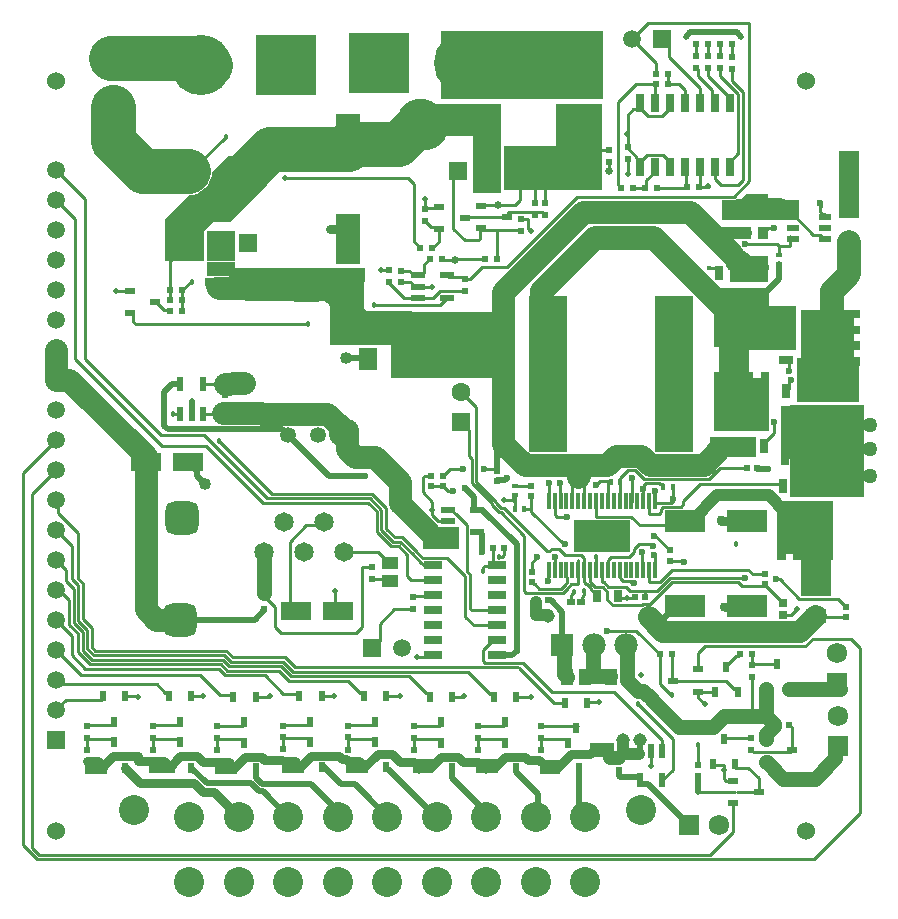
<source format=gtl>
G04*
G04 #@! TF.GenerationSoftware,Altium Limited,Altium Designer,19.1.9 (167)*
G04*
G04 Layer_Physical_Order=1*
G04 Layer_Color=255*
%FSLAX25Y25*%
%MOIN*%
G70*
G01*
G75*
%ADD10C,0.01000*%
%ADD20R,0.12520X0.51968*%
%ADD21R,0.08465X0.16929*%
G04:AMPARAMS|DCode=22|XSize=110.24mil|YSize=110.24mil|CornerRadius=27.56mil|HoleSize=0mil|Usage=FLASHONLY|Rotation=90.000|XOffset=0mil|YOffset=0mil|HoleType=Round|Shape=RoundedRectangle|*
%AMROUNDEDRECTD22*
21,1,0.11024,0.05512,0,0,90.0*
21,1,0.05512,0.11024,0,0,90.0*
1,1,0.05512,0.02756,0.02756*
1,1,0.05512,0.02756,-0.02756*
1,1,0.05512,-0.02756,-0.02756*
1,1,0.05512,-0.02756,0.02756*
%
%ADD22ROUNDEDRECTD22*%
%ADD23R,0.01181X0.05709*%
%ADD24R,0.18701X0.10787*%
%ADD25R,0.04000X0.02200*%
%ADD26R,0.13780X0.07284*%
%ADD27R,0.02165X0.02362*%
%ADD28R,0.02559X0.04724*%
%ADD29R,0.01968X0.01575*%
%ADD30R,0.04724X0.02559*%
%ADD31R,0.02362X0.01968*%
%ADD32R,0.01968X0.02362*%
%ADD33R,0.06890X0.04724*%
%ADD34R,0.02362X0.02165*%
%ADD35R,0.02165X0.02165*%
%ADD36R,0.02165X0.02165*%
%ADD37R,0.06004X0.02756*%
%ADD38R,0.02362X0.03347*%
%ADD39R,0.02362X0.04724*%
%ADD40R,0.04724X0.02362*%
%ADD41R,0.05906X0.07480*%
%ADD42R,0.03740X0.04134*%
%ADD43R,0.02835X0.02992*%
%ADD44R,0.02598X0.02441*%
%ADD45R,0.01575X0.01968*%
%ADD46R,0.02559X0.04134*%
%ADD47R,0.03347X0.02362*%
%ADD48R,0.10236X0.04331*%
%ADD49R,0.10236X0.06299*%
%ADD50R,0.05512X0.04331*%
%ADD51R,0.04331X0.05512*%
%ADD52R,0.02756X0.06004*%
%ADD113C,0.02000*%
%ADD114C,0.03000*%
%ADD115C,0.04000*%
%ADD116C,0.07600*%
%ADD117C,0.08000*%
%ADD118C,0.07300*%
%ADD119C,0.05000*%
%ADD120C,0.04500*%
%ADD121C,0.15000*%
%ADD122C,0.10000*%
%ADD123R,0.11681X0.14240*%
%ADD124R,0.45500X0.05000*%
%ADD125R,0.08280X0.04519*%
%ADD126R,0.06852X0.04787*%
%ADD127R,0.07292X0.04787*%
%ADD128R,0.07402X0.02983*%
%ADD129R,0.07350X0.02724*%
%ADD130R,0.07490X0.02528*%
%ADD131R,0.08597X0.03805*%
%ADD132R,0.07555X0.03964*%
%ADD133R,0.41266X0.22335*%
%ADD134R,0.20984X0.15004*%
%ADD135R,0.20285X0.14500*%
%ADD136R,0.24862X0.30500*%
%ADD137R,0.10221X0.24500*%
%ADD138R,0.07000X0.18469*%
%ADD139R,0.15295X0.07158*%
%ADD140R,0.13000X0.09000*%
%ADD141R,0.12102X0.07728*%
%ADD142R,0.09000X0.06664*%
%ADD143R,0.09765X0.05031*%
%ADD144R,0.27681X0.11266*%
%ADD145R,0.10681X0.01000*%
%ADD146R,0.09765X0.09968*%
%ADD147R,0.09724X0.19677*%
%ADD148R,0.25532X0.11000*%
%ADD149R,0.54000X0.23000*%
%ADD150R,0.15500X0.29000*%
%ADD151R,0.32000X0.15000*%
%ADD152C,0.05315*%
%ADD153C,0.06496*%
%ADD154C,0.10000*%
%ADD155C,0.20079*%
%ADD156R,0.20079X0.20079*%
%ADD157C,0.06791*%
%ADD158R,0.06791X0.06791*%
%ADD159R,0.06791X0.06791*%
%ADD160C,0.05906*%
%ADD161R,0.05906X0.05906*%
%ADD162R,0.05906X0.05906*%
%ADD163C,0.06000*%
%ADD164C,0.06299*%
%ADD165R,0.06299X0.06299*%
%ADD166C,0.06299*%
%ADD167R,0.06299X0.06299*%
%ADD168R,0.06693X0.06693*%
%ADD169C,0.06693*%
%ADD170C,0.07795*%
%ADD171R,0.07795X0.07795*%
%ADD172C,0.02000*%
%ADD173C,0.05000*%
%ADD174C,0.02362*%
%ADD175C,0.02500*%
%ADD176C,0.01800*%
%ADD177C,0.04500*%
%ADD178C,0.01968*%
%ADD179C,0.01780*%
%ADD180C,0.03000*%
%ADD181C,0.04000*%
G36*
X262232Y232495D02*
X258552Y228815D01*
X246995D01*
Y235480D01*
X251000D01*
X251390Y235558D01*
X251715Y235775D01*
X253514D01*
X255053Y237315D01*
X262232D01*
Y232495D01*
D02*
G37*
G36*
X95500Y240500D02*
X83000Y228000D01*
X77500Y228000D01*
X75041Y225541D01*
X75000D01*
X74617Y225383D01*
X74459Y225000D01*
Y215500D01*
X73972Y215000D01*
X61500Y215000D01*
X61500Y229000D01*
X69512Y237012D01*
X70568Y237116D01*
X72076Y237573D01*
X73466Y238316D01*
X74684Y239316D01*
X75684Y240534D01*
X76427Y241924D01*
X76884Y243432D01*
X76988Y244488D01*
X82500Y250000D01*
X95500D01*
Y240500D01*
D02*
G37*
G36*
X122500Y212000D02*
X122500Y212000D01*
X123053Y211795D01*
X124074Y211203D01*
X124978Y210445D01*
X125739Y209544D01*
X126335Y208526D01*
X126749Y207421D01*
X126967Y206262D01*
X126985Y205083D01*
X126893Y204500D01*
X126893Y199862D01*
X126531Y199517D01*
X116319Y200000D01*
X116319Y200001D01*
X116192Y200255D01*
X116083Y200413D01*
X115868Y200722D01*
X115458Y201117D01*
X114980Y201424D01*
X114450Y201632D01*
X113891Y201733D01*
X113322Y201722D01*
X112766Y201601D01*
X112500Y201500D01*
X80000Y202000D01*
X80000Y202000D01*
X79448Y202039D01*
X78381Y202331D01*
X77391Y202826D01*
X76517Y203504D01*
X75792Y204340D01*
X75243Y205301D01*
X74893Y206350D01*
X74755Y207448D01*
X74794Y208000D01*
X74794Y209500D01*
X122500Y212000D01*
X122500Y212000D01*
D02*
G37*
G36*
X262752Y188484D02*
Y186516D01*
X259996D01*
Y188484D01*
X257496D01*
Y186516D01*
X254740D01*
Y188484D01*
X252260D01*
Y186516D01*
X249504D01*
Y188484D01*
X247004D01*
Y186516D01*
X244248D01*
Y188484D01*
Y206201D01*
X262752D01*
Y188484D01*
D02*
G37*
G36*
Y176016D02*
Y158299D01*
X244248D01*
Y176016D01*
Y177984D01*
X247004D01*
Y176016D01*
X249504D01*
Y177984D01*
X252260D01*
Y176016D01*
X254740D01*
Y177984D01*
X257496D01*
Y176016D01*
X259996D01*
Y177984D01*
X262752D01*
Y176016D01*
D02*
G37*
G36*
X292984Y195996D02*
X291016D01*
Y193496D01*
X292984D01*
Y190740D01*
X291016D01*
Y188260D01*
X292984D01*
Y185504D01*
X291016D01*
Y183004D01*
X292984D01*
Y180248D01*
X273299D01*
Y198752D01*
X292984D01*
Y195996D01*
D02*
G37*
G36*
X285252Y149020D02*
Y147051D01*
X282496D01*
Y149020D01*
X279996D01*
Y147051D01*
X277240D01*
Y149020D01*
X274760D01*
Y147051D01*
X272004D01*
Y149020D01*
X269504D01*
Y147051D01*
X266748D01*
Y149020D01*
Y166736D01*
X285252D01*
Y149020D01*
D02*
G37*
G36*
X283992Y117535D02*
Y115567D01*
X281236D01*
Y117535D01*
X278736D01*
Y115567D01*
X275980D01*
Y117535D01*
X273500D01*
Y115567D01*
X270744D01*
Y117535D01*
X268244D01*
Y115567D01*
X265488D01*
Y117535D01*
Y135252D01*
X283992D01*
Y117535D01*
D02*
G37*
%LPC*%
G36*
X89250Y248847D02*
Y245250D01*
X92847D01*
X92747Y246004D01*
X92360Y246940D01*
X91743Y247743D01*
X90940Y248360D01*
X90004Y248747D01*
X89250Y248847D01*
D02*
G37*
G36*
X88750D02*
X87996Y248747D01*
X87060Y248360D01*
X86257Y247743D01*
X85640Y246940D01*
X85253Y246004D01*
X85153Y245250D01*
X88750D01*
Y248847D01*
D02*
G37*
G36*
X92847Y244750D02*
X89250D01*
Y241153D01*
X90004Y241253D01*
X90940Y241640D01*
X91743Y242257D01*
X92360Y243060D01*
X92747Y243996D01*
X92847Y244750D01*
D02*
G37*
G36*
X88750D02*
X85153D01*
X85253Y243996D01*
X85640Y243060D01*
X86257Y242257D01*
X87060Y241640D01*
X87996Y241253D01*
X88750Y241153D01*
Y244750D01*
D02*
G37*
%LPD*%
D10*
X243150Y17200D02*
X250785Y24835D01*
Y34276D01*
X19300Y17200D02*
X243150D01*
X247764Y42454D02*
X248504Y41714D01*
Y41756D01*
X250785D01*
X251504Y46010D02*
X255839D01*
X259250Y38016D02*
Y42598D01*
X255839Y46010D02*
X259250Y42598D01*
X251504Y46010D02*
Y47260D01*
X251980Y38016D02*
X259250D01*
X142367Y242800D02*
X144500Y240667D01*
X239693Y140681D02*
X266732D01*
X234081Y135069D02*
X239693Y140681D01*
X266732D02*
X267240Y140173D01*
X199050Y142977D02*
X201095Y140933D01*
Y135016D02*
Y140933D01*
X197158Y141085D02*
X199050Y142977D01*
X197158Y135016D02*
Y141085D01*
X205031Y129900D02*
X216764D01*
X205031D02*
Y134600D01*
X212955Y141166D02*
X213185Y141396D01*
X212955Y134650D02*
Y141166D01*
X242848Y142561D02*
X246287Y146000D01*
X220944Y142561D02*
X242848D01*
X224700Y138500D02*
Y138535D01*
X221791Y141207D02*
X226185D01*
X218025Y145481D02*
X220944Y142561D01*
X220765Y139000D02*
Y140181D01*
Y134614D02*
Y139000D01*
X215840Y145481D02*
X218025D01*
X212955Y142597D02*
X215840Y145481D01*
X216900Y134857D02*
Y142750D01*
X205031Y140500D02*
X206358Y141827D01*
X220765Y140181D02*
X221791Y141207D01*
X230800Y135850D02*
Y139647D01*
X230725Y135850D02*
X230800D01*
X230650D02*
X230800D01*
X226476Y140916D02*
X227425D01*
X226185Y141207D02*
X226476Y140916D01*
X224700Y138535D02*
X224716Y138518D01*
X227425Y139872D02*
Y140916D01*
X233260Y133169D02*
X234081Y133990D01*
X231142Y133169D02*
X233260D01*
X231115Y133142D02*
X231142Y133169D01*
X227263Y133142D02*
X231115D01*
X230575Y139872D02*
X230800Y139647D01*
X230587Y135713D02*
X230725Y135850D01*
X230450D02*
X230587Y135713D01*
X226677Y132556D02*
X227263Y133142D01*
X226677Y131341D02*
Y132556D01*
X226038Y130702D02*
X226677Y131341D01*
X199076Y107314D02*
Y112350D01*
X196629Y107314D02*
X199076D01*
X195223Y105908D02*
X196629Y107314D01*
X195223Y105602D02*
Y105908D01*
X193941Y104319D02*
X195223Y105602D01*
X197587Y104914D02*
X197624D01*
X196579Y103905D02*
X197587Y104914D01*
X194557Y107183D02*
Y107193D01*
X193228Y105854D02*
X194557Y107183D01*
X190222Y105854D02*
X193228D01*
X194557Y107193D02*
X195500Y108136D01*
X203113Y108046D02*
Y112350D01*
X204592Y106567D02*
X207204D01*
X203113Y108046D02*
X204592Y106567D01*
X207204D02*
X208857Y104914D01*
X207050Y107950D02*
Y112350D01*
X209119Y106567D02*
X214895D01*
X207765Y107921D02*
X209119Y106567D01*
X207079Y107921D02*
X207765D01*
X207050Y107950D02*
X207079Y107921D01*
X217189Y107819D02*
X217558D01*
X220817Y100856D02*
X222933D01*
X220316Y100354D02*
X220817Y100856D01*
X210588Y100354D02*
X220316D01*
X216508Y108500D02*
X217189Y107819D01*
X213910Y108500D02*
X216508D01*
X212955Y109454D02*
X213910Y108500D01*
X216376Y105086D02*
X221157D01*
X214895Y106567D02*
X216376Y105086D01*
X215268Y102800D02*
X217853D01*
X212903D02*
X215268D01*
X208689Y91898D02*
X218437D01*
X222933Y100856D02*
X230223Y108146D01*
X222798Y108130D02*
X226377D01*
X222798D02*
Y112350D01*
X226377Y108130D02*
X230428Y112181D01*
X255851D01*
X221157Y105086D02*
X225248D01*
X229662Y109500D02*
X254740D01*
X225248Y105086D02*
X229662Y109500D01*
X255851Y112181D02*
X257359Y110673D01*
X230223Y108146D02*
X252303D01*
X253630Y106819D01*
X289970Y89250D02*
X293000Y86221D01*
X274795Y86806D02*
X277238Y89250D01*
X289970D01*
X218850Y51441D02*
X219118Y51173D01*
X219390Y50902D01*
X212650Y49358D02*
X213904Y50613D01*
X157545Y121000D02*
Y124079D01*
X186746Y60104D02*
X199050D01*
X186624Y59982D02*
X186746Y60104D01*
X191166Y67708D02*
X194534D01*
X179369Y79505D02*
X191166Y67708D01*
X190374Y71500D02*
X210904D01*
X180684Y81190D02*
X190374Y71500D01*
X210904D02*
X227000Y55404D01*
X178494Y69872D02*
X183097D01*
X183246Y69722D01*
X170884Y69742D02*
Y70234D01*
Y69722D02*
Y69742D01*
X104052Y78190D02*
X162416D01*
X169691Y70915D01*
X170202D01*
X170884Y70234D01*
X160866Y70055D02*
X161129D01*
X160589Y69778D02*
X160866Y70055D01*
X157104Y69778D02*
X160589D01*
X103431Y76690D02*
X142711D01*
X148450Y70951D01*
X148942D01*
X149624Y70270D01*
Y69778D02*
Y70270D01*
X135120Y70026D02*
X139787D01*
X135104Y70010D02*
X135120Y70026D01*
X102810Y75190D02*
X122443D01*
X126450Y71183D01*
X126943D01*
X127624Y70502D01*
Y70010D02*
Y70502D01*
X117722Y70045D02*
X117727Y70049D01*
X113604Y70045D02*
X117722D01*
X104674Y79690D02*
X179122D01*
X145500Y83000D02*
X150233D01*
X150823Y83590D01*
X26465Y94035D02*
Y95500D01*
X100787Y70834D02*
X105443D01*
X94621Y77000D02*
X100787Y70834D01*
X81500Y77000D02*
X94621D01*
X105443Y70834D02*
X106124Y70153D01*
Y70045D02*
Y70153D01*
X96110Y70055D02*
X96372D01*
X95797Y69742D02*
X96110Y70055D01*
X91604Y69742D02*
X95797D01*
X79591Y70531D02*
X83442D01*
X72931Y77190D02*
X79591Y70531D01*
X33310Y77190D02*
X72931D01*
X84124Y69742D02*
Y69850D01*
Y69722D02*
Y69742D01*
X83442Y70531D02*
X84124Y69850D01*
X70104Y69978D02*
X74130D01*
X27792Y74035D02*
X58567D01*
X61450Y71152D01*
X61942D01*
X62624Y70470D01*
Y69978D02*
Y70470D01*
X26327Y75500D02*
X27792Y74035D01*
X25000Y75500D02*
X26327D01*
X25528Y66028D02*
X28305Y68805D01*
X25000Y65500D02*
X25528Y66028D01*
X52247Y69778D02*
X52509D01*
X52047Y69978D02*
X52247Y69778D01*
X48104Y69978D02*
X52047D01*
X241243Y86806D02*
X274795D01*
X270102Y97102D02*
X272000Y99000D01*
X272744Y102500D02*
X285673D01*
X266244Y109000D02*
X272744Y102500D01*
X239020Y38016D02*
X251504D01*
X18679Y15700D02*
X277600D01*
X14000Y20379D02*
X18679Y15700D01*
X277600D02*
X293000Y31100D01*
X17000Y19500D02*
X19300Y17200D01*
X172801Y116500D02*
X173627D01*
X168096Y113556D02*
X170517D01*
X167510Y112970D02*
X168096Y113556D01*
X167510Y111787D02*
Y112970D01*
X170517Y113556D02*
X170551Y113590D01*
X181181Y105086D02*
Y123571D01*
X185400Y116128D02*
Y116500D01*
X173627D02*
X174291Y117165D01*
X173207Y131546D02*
X181181Y123571D01*
X183860Y114589D02*
X185400Y116128D01*
X183860Y111491D02*
Y114589D01*
X174291Y117165D02*
Y119500D01*
X279750Y231311D02*
Y234500D01*
Y231311D02*
X279765Y231325D01*
X262364Y226010D02*
X264500D01*
X260854Y224500D02*
X262364Y226010D01*
X242500Y239960D02*
Y239961D01*
Y239960D02*
X242826Y239634D01*
X239469D02*
X242826D01*
X198797Y236500D02*
X251000D01*
X254751Y220752D02*
X265323D01*
X212500Y268000D02*
X218500Y274000D01*
X212500Y240447D02*
Y268000D01*
Y240447D02*
X213531Y239415D01*
X222367Y294367D02*
X256118D01*
Y241618D02*
Y294367D01*
X251000Y236500D02*
X256118Y241618D01*
X81600Y256500D02*
X81604D01*
X74228Y157000D02*
X95228Y136000D01*
X60000Y157000D02*
X74228D01*
X95228Y136000D02*
X129621D01*
X79448Y155174D02*
X97122Y137500D01*
X260992Y106819D02*
X261500Y107327D01*
X253630Y106819D02*
X260992D01*
X257359Y110673D02*
X261500D01*
X229677Y115114D02*
X234023D01*
X234250Y114887D01*
X279915Y231475D02*
X280500Y230890D01*
X279840Y231400D02*
X279915Y234500D01*
X279765Y231325D02*
X279915Y231475D01*
X264239Y157700D02*
Y161253D01*
X264433Y161447D01*
X189284Y134600D02*
Y141183D01*
X189300Y141200D01*
X193050Y135329D02*
Y141000D01*
Y135329D02*
X193500Y134880D01*
X170551Y119500D02*
X170551Y113590D01*
X230000Y70500D02*
X230400D01*
X226532Y73968D02*
X230000Y70500D01*
X230539Y45272D02*
Y55811D01*
X219000Y67350D02*
X230539Y55811D01*
X168062Y81190D02*
X180684D01*
X167476Y81776D02*
X168062Y81190D01*
X101364Y83000D02*
X104674Y79690D01*
X221157Y105086D02*
X221308Y104935D01*
Y102968D02*
Y104935D01*
Y102968D02*
X221337Y102938D01*
X217853Y102800D02*
X217991Y102938D01*
X212203Y103500D02*
X212903Y102800D01*
X208857Y102086D02*
X210588Y100354D01*
X218437Y91898D02*
X226335Y84000D01*
X269500Y178500D02*
Y182043D01*
X203300Y105710D02*
X205510Y103500D01*
X203300Y105710D02*
Y105944D01*
X201894Y107350D02*
X203300Y105944D01*
X201745Y107350D02*
X201894D01*
X201095Y108000D02*
X201745Y107350D01*
X200900Y104657D02*
Y104950D01*
Y104657D02*
X201076Y104481D01*
X195500Y108136D02*
Y109739D01*
X201076Y103672D02*
Y104481D01*
X186871Y105819D02*
X190187D01*
X186835Y105854D02*
X186871Y105819D01*
X186151Y105854D02*
X186835D01*
X184541Y107464D02*
X186151Y105854D01*
X190187Y105819D02*
X190222Y105854D01*
X189076Y108500D02*
Y112193D01*
X212955Y141791D02*
Y142597D01*
X230050Y134550D02*
X230900Y135400D01*
X216900Y134857D02*
X217000Y134757D01*
X234081Y133990D02*
Y135069D01*
X242650Y212764D02*
X245085D01*
X245220Y212900D01*
X223319Y120681D02*
X224000Y120000D01*
X219390Y120681D02*
X223319D01*
X217819Y119111D02*
X219390Y120681D01*
X217819Y118155D02*
Y119111D01*
X215964Y116300D02*
X217819Y118155D01*
X174339Y132900D02*
X188799Y118440D01*
X173314Y132900D02*
X174339D01*
X171850Y134364D02*
Y134818D01*
X165164Y141503D02*
X171850Y134818D01*
X172754Y131546D02*
X173207D01*
X170496Y133803D02*
X172754Y131546D01*
X170496Y133803D02*
Y134257D01*
X190141Y118940D02*
X192705D01*
X188799Y118440D02*
X189641D01*
X194250Y120750D02*
X194750D01*
X183500Y131500D02*
X194250Y120750D01*
X189641Y118440D02*
X190141Y118940D01*
X171850Y134364D02*
X173314Y132900D01*
X165164Y141503D02*
Y166335D01*
X167850Y145650D02*
X171458D01*
X171475Y145667D01*
X174350Y135400D02*
X177368D01*
X177516Y135252D01*
X163810Y140942D02*
Y148962D01*
Y140942D02*
X170496Y134257D01*
X162650Y150123D02*
X163810Y148962D01*
X160000Y171500D02*
X165164Y166335D01*
X17000Y137500D02*
X25000Y145500D01*
X17000Y19500D02*
Y137500D01*
X132953Y94156D02*
X137829Y99032D01*
X132953Y88453D02*
Y94156D01*
X206358Y141827D02*
X209925D01*
X208968Y134600D02*
Y141500D01*
X209925D01*
X196579Y101500D02*
Y103905D01*
X195189Y110050D02*
X195500Y109739D01*
X195189Y110050D02*
Y112400D01*
X184443Y107464D02*
X184541D01*
X183860Y108046D02*
X184443Y107464D01*
X183860Y108046D02*
Y108145D01*
X181767Y104500D02*
X186274D01*
X186455Y104319D01*
X193941D01*
X174291Y119500D02*
X174488D01*
X158338Y130802D02*
X162163Y126977D01*
X156864Y132240D02*
X158302Y130802D01*
X158338D01*
X162163Y111458D02*
Y126977D01*
Y111458D02*
X163000Y110621D01*
X150469Y132212D02*
Y134847D01*
X147353Y137962D02*
X150469Y134847D01*
X147353Y137962D02*
Y142987D01*
X157400Y138419D02*
X157500Y138319D01*
X155808Y138419D02*
X157400D01*
X154781Y139446D02*
X155808Y138419D01*
X154683Y139446D02*
X154781D01*
X154100Y140028D02*
X154683Y139446D01*
X154100Y140028D02*
Y140127D01*
X194645Y117000D02*
X200123D01*
X192705Y118940D02*
X194645Y117000D01*
X191252Y112400D02*
Y116259D01*
X171475Y145667D02*
X171968Y145173D01*
X162650Y150123D02*
Y158850D01*
X156503Y145877D02*
X160604D01*
X154781Y144154D02*
X156503Y145877D01*
X154683Y144154D02*
X154781D01*
X154100Y143572D02*
X154683Y144154D01*
X154100Y143473D02*
Y143572D01*
X177516Y135252D02*
Y136638D01*
X177803Y136925D01*
X178000D01*
X177925Y132500D02*
X178000Y132575D01*
Y136925D01*
X147353Y142987D02*
X147939Y143573D01*
X150000D01*
Y140227D02*
X150100Y140127D01*
X154100D01*
X175724Y231500D02*
X186925D01*
X175724Y229750D02*
Y231500D01*
X186925D02*
X187502Y230923D01*
X182964Y225036D02*
X183207D01*
X182260Y225740D02*
X182964Y225036D01*
X182260Y225740D02*
Y229229D01*
X167043Y213000D02*
X175297D01*
X198797Y236500D01*
X188100Y235459D02*
Y239968D01*
X184600Y235459D02*
Y239968D01*
X175232Y229750D02*
X175724D01*
X204815Y252000D02*
X204847Y251969D01*
X203000Y239968D02*
X206000D01*
X179000Y245000D02*
Y250500D01*
X178268Y244268D02*
X179000Y245000D01*
X267500Y97102D02*
X270102D01*
X247731Y99673D02*
X248002D01*
X239199Y69405D02*
X241243Y67361D01*
X239199Y69405D02*
Y71305D01*
X239004Y71500D02*
X239199Y71305D01*
X223449Y46905D02*
Y51764D01*
X248226Y56187D02*
X256754D01*
X247764Y55724D02*
X248226Y56187D01*
X247764Y45421D02*
Y47178D01*
X244106D02*
X247764D01*
Y42454D02*
Y45421D01*
X244024Y47260D02*
X244106Y47178D01*
X152352Y128500D02*
X155683D01*
X150469Y130384D02*
X152352Y128500D01*
X150469Y130384D02*
Y132212D01*
X148000Y232469D02*
Y235775D01*
X127000Y112969D02*
X130500D01*
X127000Y93176D02*
Y112969D01*
X133441Y211968D02*
X136114D01*
X133409Y212000D02*
X133441Y211968D01*
X144498Y206532D02*
X145679D01*
X143816Y207213D02*
X144498Y206532D01*
X143816Y207213D02*
Y207387D01*
X143231Y207972D02*
X143816Y207387D01*
X140000Y207972D02*
X143231D01*
X150287Y206532D02*
X150469Y206350D01*
X145679Y206532D02*
X150287D01*
X232681Y274000D02*
X234700Y271981D01*
Y267854D02*
Y271981D01*
X228969Y274000D02*
X232681D01*
X215563Y252984D02*
Y263718D01*
X219700Y266230D02*
Y266482D01*
X215563Y263718D02*
X217449Y265604D01*
X218822D01*
X219700Y266482D01*
Y267854D01*
X70100Y245000D02*
X81600Y256500D01*
X69000Y245000D02*
X70100D01*
X224716Y134550D02*
X230050D01*
X224716D02*
Y138518D01*
X245220Y212900D02*
X246000Y212121D01*
Y211122D02*
Y212121D01*
X265323Y220752D02*
X266075Y220000D01*
X269739Y175239D02*
X270000Y175500D01*
X269739Y174739D02*
Y175239D01*
X268500Y171658D02*
X269280Y172437D01*
X267665Y149100D02*
X268100Y149535D01*
X269280Y172437D02*
Y174279D01*
X269739Y174739D01*
X153142Y200413D02*
X155521Y202791D01*
X131000Y200413D02*
X153142D01*
X101500Y242800D02*
X142367D01*
X293000Y31100D02*
Y86221D01*
X226532Y73968D02*
Y84000D01*
X224500Y117000D02*
X224667Y116833D01*
Y112450D02*
Y116833D01*
Y112450D02*
X224716Y112400D01*
X280350Y230740D02*
X281250D01*
X269457Y182000D02*
X269500Y182043D01*
X268378Y182000D02*
X269457D01*
X283680Y205240D02*
Y206000D01*
X225683Y130702D02*
X226038D01*
X225681Y130700D02*
X225683Y130702D01*
X223752Y130700D02*
X225681D01*
X223750Y130702D02*
X223752Y130700D01*
X222798Y130702D02*
X223750D01*
X222798D02*
Y134550D01*
X222748Y134600D02*
X222798Y134550D01*
X285673Y102500D02*
X287819Y100354D01*
X265000Y109000D02*
X266244D01*
X235449Y239551D02*
X235531Y239634D01*
X225551Y239551D02*
X235449D01*
X225468Y239469D02*
X225551Y239551D01*
X208857Y102086D02*
Y104914D01*
X287819Y100354D02*
X287917D01*
X288500Y99772D01*
Y99673D02*
Y99772D01*
X216843Y134600D02*
X217000Y134757D01*
X195469Y129869D02*
X195500Y129900D01*
X192000Y129869D02*
X195469D01*
X191302Y130567D02*
X192000Y129869D01*
X191302Y130567D02*
Y134550D01*
X191252Y134600D02*
X191302Y134550D01*
X216764Y129900D02*
X219664Y127000D01*
X232850D01*
X234350Y128500D01*
X279750Y223860D02*
X280350Y223260D01*
X261980Y232500D02*
X262024Y232456D01*
X258500Y232500D02*
X261980D01*
X270550Y230740D02*
X277430Y223860D01*
X269650Y230740D02*
X270550D01*
X280350D02*
X280500Y230890D01*
X277430Y223860D02*
X279750D01*
X262024Y232456D02*
X263740Y230740D01*
X269650D01*
X189076Y112193D02*
X189284Y112400D01*
X220765Y134614D02*
X220779Y134600D01*
X261000Y154461D02*
X264239Y157700D01*
X261000Y153378D02*
Y154461D01*
X246287Y146000D02*
X255232D01*
X209925Y141500D02*
Y141827D01*
X212906Y134600D02*
X212955Y134650D01*
X266075Y220000D02*
X269650D01*
X266000Y219925D02*
X266075Y220000D01*
X266000Y217185D02*
Y219925D01*
X269650Y220000D02*
Y223260D01*
X183500Y132500D02*
Y136827D01*
Y131500D02*
Y132500D01*
X160000Y161500D02*
X162650Y158850D01*
X181075Y132500D02*
X183500D01*
X199076Y112450D02*
Y115346D01*
Y112450D02*
X199126Y112400D01*
X205031D02*
Y116419D01*
X220500Y112680D02*
Y118000D01*
X211941Y116300D02*
X213870D01*
X213890Y116280D02*
X213910Y116300D01*
X211901D02*
X211921Y116280D01*
X213890D02*
X213890D01*
X212955Y109454D02*
Y112350D01*
X211921Y116280D02*
X211941Y116300D01*
X209973D02*
X211901D01*
X213910D02*
X215964D01*
X212906Y112400D02*
X212955Y112350D01*
X213870Y116300D02*
X213890Y116280D01*
X220500Y112680D02*
X220779Y112400D01*
X208968Y115296D02*
X209973Y116300D01*
X193220Y134600D02*
X193500Y134880D01*
X208968Y112400D02*
Y115296D01*
X200342Y102938D02*
X201076Y103672D01*
X200342Y101720D02*
Y102938D01*
X200122Y101500D02*
X200342Y101720D01*
X200043Y101500D02*
X200122D01*
X217000Y289000D02*
X222367Y294367D01*
X252500Y250924D02*
Y270848D01*
X246500Y276848D02*
X252500Y270848D01*
X246500Y276848D02*
Y279500D01*
X254000Y242000D02*
Y271469D01*
X252464Y240464D02*
X254000Y242000D01*
X246636Y240464D02*
X252464D01*
X244700Y242400D02*
X246636Y240464D01*
X244700Y242400D02*
Y246500D01*
X250500Y274970D02*
X254000Y271469D01*
X250500Y274970D02*
Y279063D01*
X249700Y248124D02*
X252500Y250924D01*
X249700Y246500D02*
Y248124D01*
Y267854D02*
Y269478D01*
X242500Y276678D02*
X249700Y269478D01*
X242500Y276678D02*
Y279500D01*
X243822Y268732D02*
X244700Y267854D01*
X243822Y268732D02*
Y271981D01*
X238984Y276819D02*
X243822Y271981D01*
X238984Y276819D02*
Y279016D01*
X238500Y279500D02*
X238984Y279016D01*
X239700Y267854D02*
Y272889D01*
X229453Y283136D02*
X239700Y272889D01*
X229453Y283136D02*
Y286547D01*
X227000Y289000D02*
X229453Y286547D01*
X239584Y246384D02*
X239700Y246500D01*
X239584Y239750D02*
Y246384D01*
X239469Y239634D02*
X239584Y239750D01*
X234700Y246500D02*
X235116Y246084D01*
Y240050D02*
Y246084D01*
Y240050D02*
X235531Y239634D01*
X218822Y249002D02*
X219700Y248124D01*
X218822Y249002D02*
Y249497D01*
X215547Y252772D02*
X218822Y249497D01*
X215547Y252772D02*
Y252969D01*
X224700Y267854D02*
X224866Y268020D01*
Y273834D01*
X225031Y274000D01*
X218500D02*
X225031D01*
X224700Y244876D02*
Y246500D01*
X221777Y241953D02*
X224700Y244876D01*
X221777Y239714D02*
Y241953D01*
X221532Y239469D02*
X221777Y239714D01*
X221505Y239442D02*
X221532Y239469D01*
X217495Y239442D02*
X221505D01*
X217469Y239415D02*
X217495Y239442D01*
X215547Y252969D02*
X215563Y252984D01*
X229700Y246500D02*
Y248124D01*
X227322Y250502D02*
X229700Y248124D01*
X222078Y250502D02*
X227322D01*
X219700Y248124D02*
X222078Y250502D01*
X219700Y246500D02*
Y248124D01*
X222430Y263500D02*
X226969D01*
X229700Y266230D01*
Y267854D01*
X219700Y266230D02*
X222430Y263500D01*
X228969Y274000D02*
X228969Y274000D01*
X228969Y274000D02*
Y277500D01*
X225031D02*
Y280968D01*
X161400Y209136D02*
X163178D01*
X161232Y208968D02*
X161400Y209136D01*
X163178D02*
X167043Y213000D01*
X172000Y225521D02*
X179516D01*
X167257D02*
X172000D01*
X171968Y225489D02*
X172000Y225521D01*
X171968Y215721D02*
Y225489D01*
X158000Y215500D02*
X158110Y215610D01*
X167921D01*
X168032Y215721D01*
X181000Y229229D02*
X182260D01*
X180000Y225031D02*
Y225036D01*
X179516Y225521D02*
X180000Y225036D01*
X166768Y226010D02*
X167257Y225521D01*
X153718Y215860D02*
X154078Y215500D01*
X158000D01*
X153578Y215721D02*
X153718Y215860D01*
X161232Y208968D02*
Y209136D01*
X160748Y209620D02*
X161232Y209136D01*
X156173Y209620D02*
X160748D01*
X155521Y210272D02*
X156173Y209620D01*
X153012Y205240D02*
X161024D01*
X161232Y205031D01*
X150564Y202791D02*
X153012Y205240D01*
X145679Y202791D02*
X150564D01*
X141157D02*
X145679D01*
X136114Y207835D02*
X141157Y202791D01*
X136114Y207835D02*
Y208032D01*
X149444Y215721D02*
X149641D01*
X147541Y213817D02*
X149444Y215721D01*
X147541Y210953D02*
Y213817D01*
X146860Y210272D02*
X147541Y210953D01*
X145679Y210272D02*
X146860D01*
X144498D02*
X145679D01*
X142860Y211910D02*
X144498Y210272D01*
X140000Y211910D02*
X142860D01*
X179700Y235409D02*
Y239650D01*
X179000Y240350D02*
X179700Y239650D01*
X179000Y240350D02*
Y245000D01*
X178068Y233776D02*
X179700Y235409D01*
X172500Y233776D02*
X178068D01*
X157500Y243500D02*
X159000Y245000D01*
X157500Y225882D02*
Y243500D01*
Y225882D02*
X161382Y222000D01*
X162500D02*
X162547Y221953D01*
X165855D01*
X166441Y222538D01*
Y225683D01*
X166768Y226010D01*
X161382Y222000D02*
X162500D01*
X175107Y229625D02*
X175232Y229750D01*
X161357Y229625D02*
X175107D01*
X161232Y229500D02*
X161357Y229625D01*
X172357Y233633D02*
X172500Y233776D01*
X166911Y233633D02*
X172357D01*
X166768Y233490D02*
X166911Y233633D01*
X152382Y232854D02*
X152768Y233240D01*
X148386Y232854D02*
X152382D01*
X148000Y232469D02*
X148386Y232854D01*
X152087Y226441D02*
X152768Y225760D01*
X149894Y226441D02*
X152087D01*
X148000Y228335D02*
X149894Y226441D01*
X148000Y228335D02*
Y228532D01*
X152768Y221602D02*
Y225760D01*
X150665Y219500D02*
X152768Y221602D01*
X150469Y219500D02*
X150665D01*
X144500Y221500D02*
X146016Y219984D01*
X144500Y221500D02*
Y240667D01*
X149516Y124760D02*
X155683D01*
X157545Y121000D02*
X157614D01*
X156864Y124760D02*
X157545Y124079D01*
X155683Y124760D02*
X156864D01*
X226335Y84000D02*
X226532D01*
X181181Y105086D02*
X181767Y104500D01*
X200123Y117000D02*
X201045Y116078D01*
X183451Y140124D02*
X183500Y140173D01*
X178049Y140124D02*
X183451D01*
X178000Y140075D02*
X178049Y140124D01*
X224500Y123500D02*
X224835D01*
X229563Y118772D01*
X202014Y67728D02*
X202215Y67928D01*
X206191D01*
X178364Y69742D02*
X178494Y69872D01*
X70104Y69978D02*
X70114Y69988D01*
X113604Y70045D02*
X113614Y70055D01*
X134809Y70305D02*
X135104Y70010D01*
X227000Y51953D02*
Y55404D01*
Y51953D02*
X227189Y51764D01*
X219700Y55500D02*
X219704Y55496D01*
Y51768D02*
Y55496D01*
X167476Y81776D02*
Y85513D01*
X170553Y88590D01*
X172177D01*
X278500Y96882D02*
X279055Y96327D01*
X288500D01*
X229563Y115228D02*
X229677Y115114D01*
X261500Y106961D02*
X267500Y100961D01*
X261500Y106961D02*
Y107327D01*
X239004Y84567D02*
X241243Y86806D01*
X163611Y98590D02*
X172177D01*
X163000Y99201D02*
X163611Y98590D01*
X163000Y99201D02*
Y110621D01*
X155683Y132240D02*
X156864D01*
X203063Y112400D02*
X203113Y112350D01*
X222748Y112400D02*
X222798Y112350D01*
X207000Y112400D02*
X207050Y112350D01*
X201095Y108000D02*
Y112400D01*
X199076Y112350D02*
X199126Y112400D01*
X248500Y173000D02*
Y191996D01*
X248504Y192000D01*
X201045Y112450D02*
Y116078D01*
Y112450D02*
X201095Y112400D01*
X146776Y114500D02*
X146862D01*
X144000Y117276D02*
X146776Y114500D01*
X144000Y117276D02*
Y117361D01*
X147772Y113590D02*
X150823D01*
X146862Y114500D02*
X147772Y113590D01*
X139862Y121500D02*
X144000Y117361D01*
X137281Y121500D02*
X139862D01*
X139240Y120000D02*
X142000Y117240D01*
Y110000D02*
Y117240D01*
Y110000D02*
X143410Y108590D01*
X150823D01*
X147398Y116000D02*
X155500D01*
X145500Y117898D02*
X147398Y116000D01*
X145500Y117898D02*
Y117983D01*
X140483Y123000D02*
X145500Y117983D01*
X137902Y123000D02*
X140483D01*
X155500Y116000D02*
X161500Y110000D01*
Y96500D02*
Y110000D01*
X135000Y125902D02*
Y132743D01*
X130243Y137500D02*
X135000Y132743D01*
X97122Y137500D02*
X130243D01*
X133409Y125371D02*
Y132212D01*
X129621Y136000D02*
X133409Y132212D01*
X136660Y120000D02*
X139240D01*
X164410Y93590D02*
X172177D01*
X161500Y96500D02*
X164410Y93590D01*
X135000Y125902D02*
X137902Y123000D01*
X137829Y99032D02*
X144150D01*
X130500Y86000D02*
X132953Y88453D01*
X144150Y102969D02*
X144461Y103279D01*
X150512D01*
X150823Y103590D01*
X131909Y124750D02*
X136660Y120000D01*
X133409Y125371D02*
X137281Y121500D01*
X152122Y113590D02*
X153000Y114468D01*
X150823Y113590D02*
X152122D01*
X131909Y124750D02*
Y131591D01*
X129000Y134500D02*
X131909Y131591D01*
X250500Y283000D02*
Y287531D01*
X250500Y287531D02*
X250500Y287531D01*
X246500Y283437D02*
Y287500D01*
X242500Y283437D02*
Y287531D01*
Y283437D02*
X242500Y283437D01*
X238500Y283437D02*
Y287469D01*
Y283437D02*
X238500Y283437D01*
X14000Y144500D02*
X14000Y20379D01*
X213904Y50613D02*
X214732Y51441D01*
X227189Y41921D02*
X230539Y45272D01*
X94850Y102969D02*
X98111Y99707D01*
X94500Y102969D02*
X94850D01*
X60500Y153500D02*
X75000D01*
X31453Y182547D02*
X60500Y153500D01*
X31453Y182547D02*
Y229047D01*
X34664Y182336D02*
X60000Y157000D01*
X34664Y182336D02*
Y235836D01*
X94000Y134500D02*
X129000D01*
X75000Y153500D02*
X94000Y134500D01*
X83470Y173000D02*
X87834Y174500D01*
X81417Y173000D02*
Y174000D01*
Y170665D02*
Y173000D01*
X87260Y173926D02*
X87834Y174500D01*
X81417Y173000D02*
X83470D01*
X74000Y164157D02*
X80160D01*
X219709Y51221D02*
Y51764D01*
X51586Y194000D02*
X109000D01*
X50709Y194877D02*
X51586Y194000D01*
X219704Y51768D02*
X219709Y51764D01*
X66953Y198366D02*
Y205484D01*
X70369Y207904D02*
X70465Y208000D01*
X69570Y207904D02*
X70369D01*
X67165Y205500D02*
X69570Y207904D01*
X66969Y205500D02*
X67165D01*
X209500Y245000D02*
Y248031D01*
X215547Y244000D02*
X215547Y244000D01*
X64157Y164157D02*
X66520D01*
X32500Y109247D02*
X33953Y107794D01*
X32500Y109247D02*
Y124297D01*
X25750Y131047D02*
X32500Y124297D01*
X28500Y108297D02*
Y112000D01*
Y108297D02*
X30953Y105844D01*
X145850Y219984D02*
X146335Y219500D01*
X146531D01*
X66937Y198350D02*
X66953Y198366D01*
Y205484D02*
X66969Y205500D01*
X78083Y174000D02*
X81417Y170665D01*
X74000Y174000D02*
X78083D01*
X257000Y64500D02*
Y70374D01*
X257004Y70378D02*
Y76531D01*
X257000Y70374D02*
X257004Y70378D01*
X238998Y53734D02*
X239000Y53732D01*
Y47205D02*
Y53732D01*
Y47205D02*
X239002Y47203D01*
X230469Y75311D02*
X230539Y75240D01*
X230469Y75311D02*
Y84000D01*
X239004Y78980D02*
Y84567D01*
X230539Y75240D02*
X248272D01*
X14000Y144500D02*
X25000Y155500D01*
X34032Y95740D02*
X36953Y92819D01*
Y86431D02*
Y92819D01*
Y86431D02*
X38194Y85190D01*
X81795D01*
X33953Y95740D02*
X34032D01*
X33953D02*
Y107794D01*
X35453Y85810D02*
Y92118D01*
X32453Y95118D02*
X35453Y92118D01*
X32453Y95118D02*
Y107173D01*
X30500Y109126D02*
X32453Y107173D01*
X37572Y83690D02*
X81174D01*
X35453Y85810D02*
X37572Y83690D01*
X36935Y82190D02*
X80552D01*
X33874Y85252D02*
X36935Y82190D01*
X33874Y85252D02*
Y91576D01*
X30953Y94497D02*
Y105844D01*
Y94497D02*
X33874Y91576D01*
X81795Y85190D02*
X83985Y83000D01*
X101364D01*
X100743Y81500D02*
X104052Y78190D01*
X83364Y81500D02*
X100743D01*
X81174Y83690D02*
X83364Y81500D01*
X100121Y80000D02*
X103431Y76690D01*
X82743Y80000D02*
X100121D01*
X80552Y82190D02*
X82743Y80000D01*
X99500Y78500D02*
X102810Y75190D01*
X82121Y78500D02*
X99500D01*
X79931Y80690D02*
X82121Y78500D01*
X36274Y80690D02*
X79931D01*
X79310Y79190D02*
X81500Y77000D01*
X34810Y79190D02*
X79310D01*
X127624Y69990D02*
Y70010D01*
X32374Y84590D02*
X36274Y80690D01*
X40624Y69486D02*
Y69959D01*
X39942Y68805D02*
X40624Y69486D01*
X28305Y68805D02*
X39942D01*
X50709Y194877D02*
Y197079D01*
X50028Y197760D02*
X50709Y197079D01*
X49535Y197760D02*
X50028D01*
X214732Y51441D02*
X218850D01*
X25000Y245500D02*
X34664Y235836D01*
X25000Y235500D02*
X31453Y229047D01*
X45000Y205240D02*
X49535D01*
X62516Y198835D02*
X63000Y198350D01*
X61158Y198835D02*
X62516D01*
X58492Y201500D02*
X61158Y198835D01*
X58000Y201500D02*
X58492D01*
X63032Y215032D02*
X69000Y221000D01*
X63032Y205500D02*
Y215032D01*
X63000Y205469D02*
X63032Y205500D01*
X62968Y202000D02*
X63000Y202031D01*
Y205469D01*
X251980Y38016D02*
X251996Y38000D01*
X257504Y51500D02*
X269736D01*
X270236Y52000D01*
Y59705D01*
X270122Y59819D02*
X270236Y59705D01*
X270122Y59819D02*
Y60016D01*
X269638Y60500D02*
X270122Y60016D01*
X269441Y60500D02*
X269638D01*
X248272Y75240D02*
X251071Y72441D01*
X251563D01*
X252244Y71760D01*
Y71268D02*
Y71760D01*
X244531Y71500D02*
X244764Y71268D01*
X239004Y71500D02*
X244531D01*
X252520Y83516D02*
X253004Y84000D01*
X251795Y83516D02*
X252520D01*
X248504Y80224D02*
X251795Y83516D01*
X248504Y79732D02*
Y80224D01*
X256941Y84000D02*
X256972Y83969D01*
Y80500D02*
Y83969D01*
Y80500D02*
X257004Y80468D01*
X257004Y80968D02*
X257240Y80732D01*
X265504D01*
X204847Y251969D02*
X209500D01*
X215547Y244000D02*
Y249031D01*
X217000Y289000D02*
X225031Y280968D01*
X194942Y55683D02*
X195624Y55002D01*
X194534Y67708D02*
Y67728D01*
X186624Y48077D02*
X190344D01*
X191884Y46537D01*
Y46045D02*
Y46537D01*
X186986Y55683D02*
X194942D01*
X195624Y54510D02*
Y55002D01*
X186624Y56045D02*
X186624Y56045D01*
Y52014D02*
Y56045D01*
X173942Y55648D02*
X174624Y54966D01*
X173942Y60104D02*
X174624Y60785D01*
X165624Y48041D02*
X169344D01*
X170884Y46502D01*
Y46010D02*
Y46502D01*
X174624Y60785D02*
Y61278D01*
X165781Y60104D02*
X173942D01*
X165624Y59947D02*
X165781Y60104D01*
X165986Y55648D02*
X173942D01*
X174624Y54474D02*
Y54966D01*
X165624Y56010D02*
X165624Y56010D01*
Y51978D02*
Y56010D01*
X152683Y55683D02*
X153364Y55002D01*
X152683Y60140D02*
X153364Y60821D01*
X144364Y48077D02*
X148084D01*
X149624Y46537D01*
Y46045D02*
Y46537D01*
X153364Y60821D02*
Y61313D01*
X144521Y60140D02*
X152683D01*
X144364Y59982D02*
X144521Y60140D01*
X144726Y55683D02*
X152683D01*
X153364Y54510D02*
Y55002D01*
X144364Y56045D02*
X144364Y56045D01*
Y52014D02*
Y56045D01*
X130683Y55915D02*
X131364Y55234D01*
X130683Y60372D02*
X131364Y61053D01*
Y61545D01*
X122521Y60372D02*
X130683D01*
X122364Y60215D02*
X122521Y60372D01*
X122726Y55915D02*
X130683D01*
X131364Y54742D02*
Y55234D01*
X122364Y56278D02*
X122364Y56278D01*
Y52246D02*
Y56278D01*
X109183Y55951D02*
X109864Y55270D01*
X105443Y69345D02*
X106124Y70026D01*
Y70045D01*
X109183Y60408D02*
X109864Y61089D01*
Y61581D01*
X101021Y60408D02*
X109183D01*
X100864Y60250D02*
X101021Y60408D01*
X101226Y55951D02*
X109183D01*
X109864Y54778D02*
Y55270D01*
X100864Y56313D02*
X100864Y56313D01*
Y52281D02*
Y56313D01*
X87183Y55648D02*
X87864Y54966D01*
X83442Y69041D02*
X84124Y69722D01*
X87183Y60104D02*
X87864Y60785D01*
Y61278D01*
X79021Y60104D02*
X87183D01*
X78864Y59947D02*
X79021Y60104D01*
X79226Y55648D02*
X87183D01*
X87864Y54474D02*
Y54966D01*
X78864Y56010D02*
X78864Y56010D01*
Y51978D02*
Y56010D01*
X65683Y55884D02*
X66364Y55203D01*
X61942Y69278D02*
X62624Y69959D01*
Y69978D01*
X65683Y60340D02*
X66364Y61022D01*
Y61514D01*
X57521Y60340D02*
X65683D01*
X57364Y60183D02*
X57521Y60340D01*
X57726Y55884D02*
X65683D01*
X66364Y54711D02*
Y55203D01*
X57364Y56246D02*
X57364Y56246D01*
Y52215D02*
Y56246D01*
X35364Y52215D02*
Y56246D01*
X35364Y56246D02*
X35364Y56246D01*
X44364Y54711D02*
Y55203D01*
X43683Y55884D02*
X44364Y55203D01*
X35726Y55884D02*
X43683D01*
X35364Y60183D02*
X35521Y60340D01*
X43683D01*
X44364Y61022D01*
Y61514D01*
X118000Y99587D02*
Y105000D01*
Y99587D02*
X119087Y98500D01*
X108448Y126948D02*
X113448D01*
X103051Y121551D02*
X108448Y126948D01*
X103051Y100362D02*
Y121551D01*
X113448Y126948D02*
X114500Y128000D01*
X103051Y100362D02*
X104913Y98500D01*
X121201Y118000D02*
X132315D01*
X135909Y114406D01*
X136500D01*
X98111Y93086D02*
Y99707D01*
Y93086D02*
X100086Y91111D01*
X124936D01*
X127000Y93176D01*
X135968Y109031D02*
X136500Y108500D01*
X130500Y109031D02*
X135968D01*
X30500Y109126D02*
Y120000D01*
X29407Y97390D02*
Y102093D01*
X26939Y104561D02*
X29407Y102093D01*
X25939Y104561D02*
X26939D01*
X29407Y97390D02*
X29453Y97344D01*
Y93876D02*
Y97344D01*
Y93876D02*
X32374Y90954D01*
Y84590D02*
Y90954D01*
X26465Y94035D02*
X30374Y90126D01*
X25000Y85500D02*
X33310Y77190D01*
X30374Y83626D02*
Y90126D01*
Y83626D02*
X34810Y79190D01*
X25000Y105500D02*
X25939Y104561D01*
X25000Y75500D02*
X25310Y75190D01*
X25000Y115500D02*
X28500Y112000D01*
X25000Y125500D02*
X30500Y120000D01*
X25750Y131047D02*
Y134750D01*
X25000Y135500D02*
X25750Y134750D01*
D20*
X230913Y177500D02*
D03*
X189181D02*
D03*
D21*
X122500Y255609D02*
D03*
Y222538D02*
D03*
D22*
X66520Y95571D02*
D03*
X67020Y129429D02*
D03*
D23*
X189284Y111984D02*
D03*
X191252D02*
D03*
X193220D02*
D03*
X195189D02*
D03*
X197158D02*
D03*
X199126D02*
D03*
X201095D02*
D03*
X203063D02*
D03*
X205031D02*
D03*
X207000D02*
D03*
X208968D02*
D03*
X210937D02*
D03*
X212906D02*
D03*
X214874D02*
D03*
X216843D02*
D03*
X218811D02*
D03*
X220779D02*
D03*
X222748D02*
D03*
X224716D02*
D03*
Y135016D02*
D03*
X222748D02*
D03*
X220779D02*
D03*
X218811D02*
D03*
X216843D02*
D03*
X214874D02*
D03*
X212906D02*
D03*
X210937D02*
D03*
X208968D02*
D03*
X207000D02*
D03*
X205031D02*
D03*
X203063D02*
D03*
X201095D02*
D03*
X199126D02*
D03*
X197158D02*
D03*
X195189D02*
D03*
X193220D02*
D03*
X191252D02*
D03*
X189284D02*
D03*
D24*
X207000Y123500D02*
D03*
D25*
X270650Y229740D02*
D03*
Y226000D02*
D03*
Y222260D02*
D03*
X281350D02*
D03*
Y226000D02*
D03*
Y229740D02*
D03*
D26*
X255433Y100000D02*
D03*
X234567D02*
D03*
X255433Y128500D02*
D03*
X234567D02*
D03*
D27*
X150000Y140227D02*
D03*
Y143573D02*
D03*
X154100Y143473D02*
D03*
Y140127D02*
D03*
X171968Y145173D02*
D03*
Y141827D02*
D03*
X183500Y136827D02*
D03*
Y140173D02*
D03*
X288500Y99673D02*
D03*
Y96327D02*
D03*
X261500Y107327D02*
D03*
Y110673D02*
D03*
X183860Y108145D02*
D03*
Y111491D02*
D03*
D28*
X283500Y171658D02*
D03*
X278500D02*
D03*
X273500D02*
D03*
X268500D02*
D03*
X268100Y149535D02*
D03*
X273400D02*
D03*
X278600D02*
D03*
X283900D02*
D03*
X282240Y140173D02*
D03*
X277240D02*
D03*
X272240D02*
D03*
X267240D02*
D03*
X266840Y118051D02*
D03*
X272140D02*
D03*
X277340D02*
D03*
X282640D02*
D03*
X246000Y153378D02*
D03*
X251000D02*
D03*
X256000D02*
D03*
X261000D02*
D03*
X261400Y175500D02*
D03*
X256100D02*
D03*
X250900D02*
D03*
X245600D02*
D03*
X261000Y211122D02*
D03*
X256000D02*
D03*
X251000D02*
D03*
X246000D02*
D03*
X245600Y189000D02*
D03*
X250900D02*
D03*
X256100D02*
D03*
X261400D02*
D03*
D29*
X266000Y217185D02*
D03*
Y214035D02*
D03*
X178000Y136925D02*
D03*
Y140075D02*
D03*
D30*
X268378Y197000D02*
D03*
Y192000D02*
D03*
Y187000D02*
D03*
Y182000D02*
D03*
X290500Y181600D02*
D03*
Y186900D02*
D03*
Y192100D02*
D03*
Y197400D02*
D03*
D31*
X153578Y215721D02*
D03*
X149641D02*
D03*
X146531Y219500D02*
D03*
X150469D02*
D03*
X66937Y198350D02*
D03*
X63000D02*
D03*
X225031Y277500D02*
D03*
X228969D02*
D03*
X228969Y274000D02*
D03*
X225031D02*
D03*
X265504Y60500D02*
D03*
X269441D02*
D03*
X213531Y239415D02*
D03*
X217469D02*
D03*
X221532Y239469D02*
D03*
X225468D02*
D03*
X235531Y239634D02*
D03*
X239469D02*
D03*
X256941Y84000D02*
D03*
X253004D02*
D03*
X226532Y84000D02*
D03*
X230469D02*
D03*
X185031Y102000D02*
D03*
X188969D02*
D03*
X168032Y215721D02*
D03*
X171968D02*
D03*
X62968Y202000D02*
D03*
X66905D02*
D03*
X63032Y205500D02*
D03*
X66969D02*
D03*
X170551Y119500D02*
D03*
X174488D02*
D03*
D32*
X161232Y205031D02*
D03*
Y208968D02*
D03*
X140000Y211910D02*
D03*
Y207972D02*
D03*
X136114Y208032D02*
D03*
Y211968D02*
D03*
X188100Y234469D02*
D03*
Y230532D02*
D03*
X180000Y228969D02*
D03*
Y225031D02*
D03*
X148000Y228532D02*
D03*
Y232469D02*
D03*
X130500Y109031D02*
D03*
Y112969D02*
D03*
X94500Y99032D02*
D03*
Y102969D02*
D03*
X246500Y291437D02*
D03*
Y287500D02*
D03*
X242500Y291469D02*
D03*
Y287531D02*
D03*
X209500Y251969D02*
D03*
Y248031D02*
D03*
X256754Y52250D02*
D03*
Y56187D02*
D03*
X250500Y291469D02*
D03*
Y287531D02*
D03*
X238400Y291469D02*
D03*
Y287531D02*
D03*
X215547Y252969D02*
D03*
Y249031D02*
D03*
X81417Y166532D02*
D03*
Y170468D02*
D03*
X239002Y47203D02*
D03*
Y43266D02*
D03*
X257004Y76531D02*
D03*
Y80468D02*
D03*
X212709Y49358D02*
D03*
Y45421D02*
D03*
X186624Y48077D02*
D03*
Y52014D02*
D03*
X186624Y56045D02*
D03*
Y59982D02*
D03*
X165624Y48041D02*
D03*
Y51978D02*
D03*
X165624Y56010D02*
D03*
Y59947D02*
D03*
X144364Y48077D02*
D03*
Y52014D02*
D03*
X144364Y56045D02*
D03*
Y59982D02*
D03*
X122364Y48309D02*
D03*
Y52246D02*
D03*
X122364Y56278D02*
D03*
Y60215D02*
D03*
X100864Y48344D02*
D03*
Y52281D02*
D03*
X100864Y56313D02*
D03*
Y60250D02*
D03*
X78864Y48041D02*
D03*
Y51978D02*
D03*
X78864Y56010D02*
D03*
Y59947D02*
D03*
X57364Y48278D02*
D03*
Y52215D02*
D03*
X57364Y56246D02*
D03*
Y60183D02*
D03*
X35364Y48278D02*
D03*
Y52215D02*
D03*
X35364Y56246D02*
D03*
Y60183D02*
D03*
X184600Y234469D02*
D03*
Y230532D02*
D03*
X144150Y99032D02*
D03*
Y102969D02*
D03*
X246500Y283437D02*
D03*
Y279500D02*
D03*
X242500Y283437D02*
D03*
Y279500D02*
D03*
X250500Y283000D02*
D03*
Y279063D02*
D03*
X238500Y283437D02*
D03*
Y279500D02*
D03*
D33*
X289500Y231618D02*
D03*
Y221382D02*
D03*
X278500Y107118D02*
D03*
Y96882D02*
D03*
D34*
X217991Y102938D02*
D03*
X221337D02*
D03*
D35*
X229563Y118772D02*
D03*
Y115228D02*
D03*
D36*
X255232Y146000D02*
D03*
X258776D02*
D03*
D37*
X172177Y83590D02*
D03*
Y88590D02*
D03*
Y93590D02*
D03*
Y98590D02*
D03*
Y103590D02*
D03*
Y108590D02*
D03*
Y113590D02*
D03*
X150823D02*
D03*
Y108590D02*
D03*
Y103590D02*
D03*
Y98590D02*
D03*
Y93590D02*
D03*
Y88590D02*
D03*
Y83590D02*
D03*
D38*
X195624Y54510D02*
D03*
X199364Y46045D02*
D03*
X191884D02*
D03*
X198274Y59263D02*
D03*
X194534Y67728D02*
D03*
X202014D02*
D03*
X174624Y54474D02*
D03*
X178364Y46010D02*
D03*
X170884D02*
D03*
X174624Y61278D02*
D03*
X170884Y69742D02*
D03*
X178364D02*
D03*
X153364Y54510D02*
D03*
X157104Y46045D02*
D03*
X149624D02*
D03*
X153364Y61313D02*
D03*
X149624Y69778D02*
D03*
X157104D02*
D03*
X131364Y54742D02*
D03*
X135104Y46278D02*
D03*
X127624D02*
D03*
X131364Y61545D02*
D03*
X127624Y70010D02*
D03*
X135104D02*
D03*
X109864Y54778D02*
D03*
X113604Y46313D02*
D03*
X106124D02*
D03*
X109864Y61581D02*
D03*
X106124Y70045D02*
D03*
X113604D02*
D03*
X87864Y54474D02*
D03*
X91604Y46010D02*
D03*
X84124D02*
D03*
X87864Y61278D02*
D03*
X84124Y69742D02*
D03*
X91604D02*
D03*
X66364Y54711D02*
D03*
X70104Y46246D02*
D03*
X62624D02*
D03*
X66364Y61514D02*
D03*
X62624Y69978D02*
D03*
X70104D02*
D03*
X44364Y54711D02*
D03*
X48104Y46246D02*
D03*
X40624D02*
D03*
X44364Y61514D02*
D03*
X40624Y69978D02*
D03*
X48104D02*
D03*
X247764Y55724D02*
D03*
X251504Y47260D02*
D03*
X244024D02*
D03*
X265504Y80732D02*
D03*
X269244Y72268D02*
D03*
X261764D02*
D03*
X248504Y79732D02*
D03*
X252244Y71268D02*
D03*
X244764D02*
D03*
D39*
X66520Y164157D02*
D03*
X70260D02*
D03*
X74000D02*
D03*
Y174000D02*
D03*
X66520D02*
D03*
X227189Y51764D02*
D03*
X223449D02*
D03*
X219709D02*
D03*
Y41921D02*
D03*
X227189D02*
D03*
D40*
X145679Y210272D02*
D03*
Y206532D02*
D03*
Y202791D02*
D03*
X155521D02*
D03*
Y210272D02*
D03*
X155683Y132240D02*
D03*
Y128500D02*
D03*
Y124760D02*
D03*
X165525D02*
D03*
Y132240D02*
D03*
D41*
X140905Y182500D02*
D03*
X129095D02*
D03*
D42*
X260854Y224500D02*
D03*
X255146D02*
D03*
D43*
X267500Y100961D02*
D03*
Y97102D02*
D03*
D44*
X200043Y101500D02*
D03*
X196579D02*
D03*
D45*
X213075Y141500D02*
D03*
X209925D02*
D03*
X230575Y139872D02*
D03*
X227425D02*
D03*
X177925Y132500D02*
D03*
X181075D02*
D03*
D46*
X205510Y103500D02*
D03*
X212203D02*
D03*
D47*
X175232Y229750D02*
D03*
X166768Y226010D02*
D03*
Y233490D02*
D03*
X161232Y229500D02*
D03*
X152768Y225760D02*
D03*
Y233240D02*
D03*
X58000Y201500D02*
D03*
X49535Y197760D02*
D03*
Y205240D02*
D03*
X270236Y52000D02*
D03*
X261772Y48260D02*
D03*
Y55740D02*
D03*
X259250Y38016D02*
D03*
X250785Y34276D02*
D03*
Y41756D02*
D03*
X230539Y75240D02*
D03*
X239004Y78980D02*
D03*
Y71500D02*
D03*
D48*
X199000Y274130D02*
D03*
Y263500D02*
D03*
X44000Y280130D02*
D03*
Y269500D02*
D03*
D49*
X104913Y98500D02*
D03*
X119087D02*
D03*
X55000Y148000D02*
D03*
X69173D02*
D03*
D50*
X136500Y114406D02*
D03*
Y108500D02*
D03*
D51*
X215953Y76500D02*
D03*
X210047D02*
D03*
X195500Y76500D02*
D03*
X201406D02*
D03*
D52*
X249700Y267854D02*
D03*
X244700D02*
D03*
X239700D02*
D03*
X234700D02*
D03*
X229700D02*
D03*
X224700D02*
D03*
X219700D02*
D03*
Y246500D02*
D03*
X224700D02*
D03*
X229700D02*
D03*
X234700D02*
D03*
X239700D02*
D03*
X244700D02*
D03*
X249700D02*
D03*
D113*
X213121Y43102D02*
X219709D01*
X222412Y40838D02*
X236100Y27150D01*
X219890Y40838D02*
X222412D01*
X219709Y41019D02*
X219890Y40838D01*
X219709Y41019D02*
Y41921D01*
X70104Y46246D02*
X75287Y41063D01*
X89907D01*
X91604Y42696D02*
Y46010D01*
Y42696D02*
X93578Y40722D01*
X89907Y41063D02*
X92603Y38368D01*
X93578Y40722D02*
X109942D01*
X92603Y38368D02*
X93914D01*
X102532Y29750D01*
X109942Y40722D02*
X119032Y31633D01*
Y29750D02*
Y31633D01*
X113604Y47096D02*
X119978Y40722D01*
X124560D01*
X127931Y37350D01*
Y37350D02*
Y37350D01*
Y37350D02*
X135531Y29750D01*
X151631D02*
X151696D01*
X135777Y45604D02*
X151631Y29750D01*
X135285Y45604D02*
X135777D01*
X135104Y45785D02*
X135285Y45604D01*
X135104Y45785D02*
Y46278D01*
X157104Y42867D02*
X168532Y31440D01*
X157104Y42867D02*
Y46045D01*
X183860Y29750D02*
X185550Y31440D01*
X181898Y41098D02*
X185550Y37446D01*
Y31440D02*
Y37446D01*
X178364Y44632D02*
Y46010D01*
Y44632D02*
X181898Y41098D01*
X258652Y145877D02*
X262232D01*
X262386Y137114D02*
X262500Y137228D01*
X102000Y157405D02*
X115905Y143500D01*
X100406Y159000D02*
X102000Y157405D01*
X97722Y159000D02*
X100406D01*
X62329D02*
X97722D01*
X68000Y95571D02*
X91205D01*
X239002Y38034D02*
X239020Y38016D01*
X239002Y38034D02*
Y43266D01*
X199364Y29750D02*
Y46045D01*
X113604Y46313D02*
Y47096D01*
X167050Y117950D02*
Y124029D01*
X178558Y85190D02*
Y120619D01*
X166937Y132240D02*
X178558Y120619D01*
X165525Y132240D02*
X166937D01*
X176957Y83590D02*
X178558Y85190D01*
X173801Y83590D02*
X176957D01*
X173756Y83545D02*
X173801Y83590D01*
X172222Y83545D02*
X173756D01*
X193740Y87510D02*
Y98173D01*
Y87000D02*
Y87510D01*
X189913Y102000D02*
X193740Y98173D01*
X166319Y124760D02*
X167050Y124029D01*
X115905Y143500D02*
X128000D01*
X80160Y164157D02*
X80552Y164550D01*
X171968Y145173D02*
Y151986D01*
X212709Y43515D02*
X213121Y43102D01*
X212709Y43515D02*
Y45421D01*
X251945Y291469D02*
X253514Y289900D01*
X250500Y291469D02*
X251945D01*
X242500D02*
X250500D01*
X238400D02*
X242500D01*
X234900Y289900D02*
X236469Y291469D01*
X238400D01*
X128834Y182761D02*
X129095Y182500D01*
X121847Y182761D02*
X128834D01*
X69173Y148000D02*
X72000Y145173D01*
Y143412D02*
Y145173D01*
Y143412D02*
X74700Y140712D01*
X70260Y168260D02*
X70300Y168300D01*
X70260Y164157D02*
Y168260D01*
X121787Y225917D02*
X122500Y225204D01*
Y223917D02*
Y225204D01*
X258652Y145877D02*
X258776Y146000D01*
X262500Y137228D02*
Y137657D01*
X172177Y83590D02*
X172222Y83545D01*
X239838Y147216D02*
X244638Y152016D01*
X239622Y147000D02*
X239838Y147216D01*
X244638Y152016D02*
X245721D01*
X246000Y152295D01*
Y153378D01*
X251000D02*
X256000D01*
X246000D02*
X251000D01*
X175293Y142751D02*
X175391D01*
X174549Y142008D02*
X175293Y142751D01*
X172051Y142008D02*
X174549D01*
X171968Y141925D02*
X172051Y142008D01*
X171968Y141827D02*
Y141925D01*
Y151986D02*
X174169Y154187D01*
X260000Y204000D02*
X261000D01*
X266000Y209000D01*
Y214035D01*
X188969Y102000D02*
X189913D01*
X231650Y100000D02*
X234350D01*
X226139Y94489D02*
X231650Y100000D01*
X226139Y94000D02*
Y94489D01*
X172177Y83590D02*
X173801D01*
X161461Y139500D02*
X164441Y136519D01*
Y132421D02*
Y136519D01*
Y132421D02*
X164622Y132240D01*
X165525D01*
X63835Y174000D02*
X66520D01*
X61158Y171323D02*
X63835Y174000D01*
X61158Y160172D02*
Y171323D01*
Y160172D02*
X62329Y159000D01*
X165525Y124760D02*
X166319D01*
X91205Y95571D02*
X94500Y98866D01*
Y99032D01*
X219709Y41921D02*
Y43102D01*
D114*
X77573Y38209D02*
X86032Y29750D01*
X74104Y38209D02*
X77573D01*
X71113Y41200D02*
X74104Y38209D01*
X53150Y41200D02*
X71113D01*
X48104Y46246D02*
X53150Y41200D01*
X35364Y48278D02*
X39084D01*
X203143Y50837D02*
X204184Y51878D01*
X246766Y128591D02*
Y128591D01*
Y128591D02*
X246858Y128500D01*
X255650D01*
X255323Y99673D02*
X255650Y100000D01*
X248002Y99673D02*
X255323D01*
X116500Y225917D02*
X121787D01*
X196820Y50837D02*
X203143D01*
X192029Y46045D02*
X196820Y50837D01*
X219390Y50902D02*
X219709Y51221D01*
X191884Y46045D02*
X192029D01*
X182370Y48833D02*
X185868D01*
X181519Y49683D02*
X182370Y48833D01*
X174702Y49683D02*
X181519D01*
X185868Y48833D02*
X186624Y48077D01*
X171029Y46010D02*
X174702Y49683D01*
X170884Y46010D02*
X171029D01*
X160791Y48041D02*
X165624D01*
X159113Y49718D02*
X160791Y48041D01*
X153443Y49718D02*
X159113D01*
X149769Y46045D02*
X153443Y49718D01*
X149624Y46045D02*
X149769D01*
X132269Y50778D02*
X137086D01*
X139787Y48077D01*
X144364D01*
X127769Y46278D02*
X132269Y50778D01*
X127624Y46278D02*
X127769D01*
X43942Y49919D02*
X52509D01*
Y48278D02*
Y49919D01*
Y48278D02*
X57364D01*
X40624Y46600D02*
X43942Y49919D01*
X127624Y46278D02*
Y46770D01*
X126084Y48309D02*
X127624Y46770D01*
X119301Y49986D02*
X120222Y49065D01*
X121608D01*
X122364Y48309D01*
X109942Y49986D02*
X119301D01*
X106269Y46313D02*
X109942Y49986D01*
X106124Y46313D02*
X106269D01*
X84269Y46010D02*
X87942Y49683D01*
X93613D01*
X94519Y48778D01*
X100431D01*
X100864Y48344D01*
X84124Y46010D02*
X84269D01*
X73991Y48041D02*
X78864D01*
X72114Y49919D02*
X73991Y48041D01*
X66443Y49919D02*
X72114D01*
X62769Y46246D02*
X66443Y49919D01*
X62624Y46246D02*
X62769D01*
X40624Y46600D02*
Y46738D01*
Y46246D02*
Y46600D01*
X122364Y48309D02*
X126084D01*
X100864Y48344D02*
X104584D01*
X106124Y46805D01*
Y46313D02*
Y46805D01*
X78864Y48041D02*
X82584D01*
X84124Y46502D01*
Y46010D02*
Y46502D01*
X57364Y48278D02*
X61084D01*
X62624Y46738D01*
Y46246D02*
Y46738D01*
X39084Y48278D02*
X40624Y46738D01*
D115*
X245475Y136925D02*
X262575D01*
X268000Y131500D01*
X237050Y128500D02*
X245475Y136925D01*
X234567Y128500D02*
X237050D01*
X234350D02*
X234567D01*
X277417Y107118D02*
X278500D01*
X244764Y223000D02*
X246264Y224500D01*
X255146D01*
X188904Y96970D02*
X189000Y96874D01*
X185031Y96970D02*
X188904D01*
X185031D02*
Y101500D01*
X213904Y50613D02*
Y55404D01*
Y50554D02*
X214252Y50902D01*
X213904Y50554D02*
Y50613D01*
Y55404D02*
X214000Y55500D01*
X214252Y50902D02*
X219390D01*
D116*
X191958Y147000D02*
X208689D01*
X222872Y147216D02*
X239838D01*
X220354Y149735D02*
X222872Y147216D01*
X220354Y149735D02*
Y149770D01*
X219988Y150135D02*
X220354Y149770D01*
X211824Y150135D02*
X219988D01*
X208689Y147000D02*
X211824Y150135D01*
X121915Y157405D02*
Y158850D01*
Y152362D02*
Y157405D01*
X80552Y164550D02*
X93400D01*
X99499Y164245D02*
X115501D01*
X119745Y157405D02*
X121915D01*
X119745D02*
Y160001D01*
X115501Y164245D02*
X119745Y160001D01*
X99409Y164154D02*
X99499Y164245D01*
X93795Y164154D02*
X99409D01*
X93400Y164550D02*
X93795Y164154D01*
X58390Y95571D02*
X68000D01*
X55000Y98961D02*
X58390Y95571D01*
X55000Y98961D02*
Y148000D01*
X252545Y215219D02*
X254764Y213000D01*
X251579Y215219D02*
X252545D01*
X254764Y213000D02*
X258720D01*
X191777Y147181D02*
X191958Y147000D01*
X186823Y147181D02*
X191777D01*
X186642Y147000D02*
X186823Y147181D01*
X181356Y147000D02*
X186642D01*
X199050Y142977D02*
X199500Y143427D01*
X139800Y134476D02*
Y141397D01*
X131464Y149732D02*
X139800Y141397D01*
X124544Y149732D02*
X131464D01*
X121915Y152362D02*
X124544Y149732D01*
X25000Y175500D02*
Y185500D01*
X200860Y231500D02*
X236264D01*
X174169Y204809D02*
X200860Y231500D01*
X174169Y181500D02*
Y204809D01*
X244764Y222988D02*
X250481Y217270D01*
X244764Y222988D02*
Y223000D01*
X140905Y182500D02*
X159698D01*
X147733Y194466D02*
X159698Y182500D01*
X127034Y194466D02*
X147733D01*
X239838Y147216D02*
X240920D01*
X245721Y152016D01*
X236264Y231500D02*
X244764Y223000D01*
X174169Y154187D02*
X181356Y147000D01*
X174169Y154187D02*
Y181500D01*
X123500Y198000D02*
X127034Y194466D01*
X160000Y181500D02*
X174169D01*
X55000Y148000D02*
Y150000D01*
X29500Y175500D02*
X55000Y150000D01*
X25000Y175500D02*
X29500D01*
X84943Y174572D02*
X87834Y174500D01*
X81417Y174000D02*
X84943Y174572D01*
D117*
X186921Y179760D02*
Y205121D01*
X247085Y200000D02*
X251500D01*
X186921Y205121D02*
X204562Y222762D01*
X186921Y179760D02*
X189181Y177500D01*
X204562Y222762D02*
X224354D01*
X236760Y210356D01*
Y210325D02*
Y210356D01*
Y210325D02*
X247085Y200000D01*
X283680Y192321D02*
X284500Y191500D01*
X283680Y192321D02*
Y205240D01*
X284002D01*
X289500Y210738D01*
Y221382D01*
D118*
X222658Y96327D02*
X227529Y91456D01*
X273164Y91546D02*
X278500Y96882D01*
X270726Y91546D02*
X273164D01*
X270636Y91456D02*
X270726Y91546D01*
X227529Y91456D02*
X270636D01*
X262024Y232456D02*
X266500Y232400D01*
X258500Y232500D02*
X262024Y232456D01*
X139800Y134476D02*
X149516Y124760D01*
D119*
X261772Y48146D02*
X261886D01*
X267481Y42550D02*
X277948D01*
X261886Y48146D02*
X267481Y42550D01*
X277948D02*
X284778Y49380D01*
Y52600D01*
X285673Y53496D01*
X215295Y75378D02*
Y87215D01*
X218922Y71750D02*
X220823D01*
X215295Y75378D02*
X218922Y71750D01*
X223645Y68873D02*
Y68928D01*
X220823Y71750D02*
X223645Y68928D01*
Y68873D02*
X232623Y59894D01*
X193740Y87510D02*
X194396Y86854D01*
X193500Y87750D02*
X193740Y87510D01*
X257000Y63496D02*
X261764D01*
X264500Y60760D01*
Y60240D02*
Y60760D01*
X261772Y57512D02*
X264500Y60240D01*
X204130Y76740D02*
Y87750D01*
X247731Y63496D02*
X257000D01*
X232623Y59894D02*
X244129D01*
X247731Y63496D01*
X204130Y76740D02*
X209713D01*
X194396Y77525D02*
Y86854D01*
Y77525D02*
X195421Y76500D01*
X195500D01*
X261772Y55740D02*
Y57512D01*
X261764Y63496D02*
Y72268D01*
X286272D02*
X286504Y72500D01*
X269244Y72268D02*
X286272D01*
X94398Y104500D02*
Y118000D01*
D120*
X209600Y49358D02*
X212650D01*
D121*
X146468Y261582D02*
X148200Y259850D01*
X146133Y261916D02*
X146468Y261582D01*
X122500Y254232D02*
X139117D01*
X146468Y261582D02*
X146802Y261916D01*
X139117Y254232D02*
X146468Y261582D01*
X96315Y252315D02*
X122500D01*
X146133Y261916D02*
X146802D01*
X43500Y282850D02*
X74150D01*
X76500Y280500D01*
X89000Y245000D02*
X96315Y252315D01*
X54000Y245000D02*
X69000D01*
X44000Y255000D02*
X54000Y245000D01*
X44000Y255000D02*
Y266500D01*
D122*
X250900Y175500D02*
Y189000D01*
D123*
X122159Y203630D02*
D03*
D124*
X105250Y210500D02*
D03*
D125*
X207019Y52215D02*
D03*
D126*
X189696Y46470D02*
D03*
X147436Y46671D02*
D03*
D127*
X168634Y46738D02*
D03*
D128*
X125309Y45769D02*
D03*
D129*
X104135Y45640D02*
D03*
D130*
X81564Y45541D02*
D03*
D131*
X60308Y46180D02*
D03*
D132*
X38287Y46059D02*
D03*
D133*
X157292Y187183D02*
D03*
D134*
X282508Y175502D02*
D03*
D135*
X261858Y192750D02*
D03*
D136*
X282069Y151750D02*
D03*
D137*
X278390Y115750D02*
D03*
D138*
X289500Y242734D02*
D03*
D139*
X250852Y153079D02*
D03*
D140*
X256000Y212500D02*
D03*
D141*
X153449Y122636D02*
D03*
D142*
X268500Y232147D02*
D03*
D143*
X79883Y212516D02*
D03*
D144*
X130159Y192733D02*
D03*
D145*
X121659Y191500D02*
D03*
D146*
X79883Y220016D02*
D03*
D147*
X168638Y247339D02*
D03*
D148*
X160734Y262000D02*
D03*
D149*
X180500Y280500D02*
D03*
D150*
X199250Y253000D02*
D03*
D151*
X190500Y246000D02*
D03*
D152*
X102500Y157000D02*
D03*
X112500D02*
D03*
X122500D02*
D03*
D153*
X121198Y118100D02*
D03*
X114498Y128100D02*
D03*
X107797Y118100D02*
D03*
X101096Y128100D02*
D03*
X94395Y118100D02*
D03*
D154*
X220031Y31950D02*
D03*
X51032D02*
D03*
X69532Y29750D02*
D03*
X86032D02*
D03*
X102532D02*
D03*
X152032D02*
D03*
X135531D02*
D03*
X119032D02*
D03*
X201532D02*
D03*
X185031D02*
D03*
X168532D02*
D03*
Y8050D02*
D03*
X185031D02*
D03*
X201532D02*
D03*
X119032D02*
D03*
X135531D02*
D03*
X152032D02*
D03*
X102532D02*
D03*
X86032D02*
D03*
X69532D02*
D03*
D155*
X73466Y280500D02*
D03*
X161024Y280968D02*
D03*
D156*
X101667Y280500D02*
D03*
X132823Y280968D02*
D03*
D157*
X285252Y84567D02*
D03*
X285673Y63496D02*
D03*
X246100Y27150D02*
D03*
D158*
X285252Y74567D02*
D03*
X285673Y53496D02*
D03*
D159*
X236100Y27150D02*
D03*
D160*
X25000Y245500D02*
D03*
Y235500D02*
D03*
Y225500D02*
D03*
Y215500D02*
D03*
Y205500D02*
D03*
Y195500D02*
D03*
Y185500D02*
D03*
Y175500D02*
D03*
Y165500D02*
D03*
Y155500D02*
D03*
Y145500D02*
D03*
Y135500D02*
D03*
Y125500D02*
D03*
Y115500D02*
D03*
Y105500D02*
D03*
Y95500D02*
D03*
Y85500D02*
D03*
Y75500D02*
D03*
Y65500D02*
D03*
X140500Y86000D02*
D03*
X217000Y289000D02*
D03*
D161*
X25000Y55500D02*
D03*
D162*
X130500Y86000D02*
D03*
X227000Y289000D02*
D03*
D163*
X275000Y25000D02*
D03*
X25000D02*
D03*
X275000Y275000D02*
D03*
X25000D02*
D03*
X251300Y232000D02*
D03*
X258500Y232500D02*
D03*
X87834Y174500D02*
D03*
D164*
X160000Y181500D02*
D03*
Y171500D02*
D03*
D165*
Y161500D02*
D03*
D166*
X179000Y245000D02*
D03*
X169000D02*
D03*
X69000Y221000D02*
D03*
X79000D02*
D03*
D167*
X159000Y245000D02*
D03*
X89000Y221000D02*
D03*
D168*
X69000Y245000D02*
D03*
D169*
X89000D02*
D03*
D170*
X215000Y87000D02*
D03*
X204370D02*
D03*
D171*
X193740D02*
D03*
D172*
X80010Y45478D02*
D03*
X145500Y83000D02*
D03*
X272000Y99000D02*
D03*
X242500Y239961D02*
D03*
X219892Y77144D02*
D03*
X174350Y135400D02*
D03*
X123445Y45478D02*
D03*
X145907Y45199D02*
D03*
X168495D02*
D03*
X187676D02*
D03*
X101941Y45478D02*
D03*
X59109D02*
D03*
X36703Y46010D02*
D03*
X204184Y51878D02*
D03*
X209600Y49100D02*
D03*
X241243Y67361D02*
D03*
X223449Y46905D02*
D03*
X150469Y206350D02*
D03*
X215431Y257368D02*
D03*
X101500Y242800D02*
D03*
D173*
X230500Y169600D02*
D03*
X296211Y143500D02*
D03*
Y152500D02*
D03*
Y160584D02*
D03*
D174*
X228000Y154000D02*
D03*
X224700Y138500D02*
D03*
X220765Y139000D02*
D03*
X216900Y142750D02*
D03*
X205031Y140500D02*
D03*
X230800Y135850D02*
D03*
X217558Y107819D02*
D03*
X208689Y91898D02*
D03*
X167050Y117950D02*
D03*
X185400Y116500D02*
D03*
X279750Y234500D02*
D03*
X264500Y226010D02*
D03*
X254751Y220752D02*
D03*
X254740Y109500D02*
D03*
X234250Y114887D02*
D03*
X276500Y171000D02*
D03*
X264433Y161447D02*
D03*
X189300Y141200D02*
D03*
X193050Y141000D02*
D03*
X178558Y85190D02*
D03*
X189076Y108500D02*
D03*
X194750Y120750D02*
D03*
X167850Y145650D02*
D03*
X128000Y143500D02*
D03*
X157500Y138319D02*
D03*
X191252Y116259D02*
D03*
X160604Y145877D02*
D03*
X269500Y178500D02*
D03*
X270000Y175500D02*
D03*
X262232Y145877D02*
D03*
X224500Y117000D02*
D03*
X262500Y137657D02*
D03*
X265000Y109000D02*
D03*
X195500Y129900D02*
D03*
X175391Y142751D02*
D03*
X224000Y120000D02*
D03*
X220500Y118000D02*
D03*
X157614Y121000D02*
D03*
X224500Y123500D02*
D03*
X161461Y139500D02*
D03*
D175*
X189284Y155000D02*
D03*
X158000Y215500D02*
D03*
X172500Y233776D02*
D03*
X209500Y245000D02*
D03*
D176*
X197624Y104914D02*
D03*
X215268Y102800D02*
D03*
X172801Y116500D02*
D03*
X167510Y111787D02*
D03*
X81604Y256500D02*
D03*
X79448Y155174D02*
D03*
X251808Y120825D02*
D03*
X230400Y70500D02*
D03*
X219000Y67350D02*
D03*
X200900Y104950D02*
D03*
X70300Y168300D02*
D03*
X131000Y200413D02*
D03*
X205031Y116419D02*
D03*
X109000Y194000D02*
D03*
X70465Y208000D02*
D03*
X64157Y164157D02*
D03*
X238998Y53734D02*
D03*
D177*
X222658Y96327D02*
D03*
X189000Y96874D02*
D03*
X226139Y94000D02*
D03*
X214000Y55500D02*
D03*
X219700D02*
D03*
D178*
X183246Y69722D02*
D03*
X139787Y70026D02*
D03*
X117727Y70049D02*
D03*
X74130Y69978D02*
D03*
X52509Y69778D02*
D03*
X183207Y225036D02*
D03*
X247764Y45421D02*
D03*
X150469Y132212D02*
D03*
X148000Y235775D02*
D03*
X133409Y212000D02*
D03*
X253514Y289900D02*
D03*
X234900D02*
D03*
X206191Y67928D02*
D03*
X215547Y244000D02*
D03*
X45000Y205240D02*
D03*
X161129Y70055D02*
D03*
X96372D02*
D03*
X116500Y225917D02*
D03*
X118000Y105000D02*
D03*
D179*
X242650Y212764D02*
D03*
D180*
X246766Y128591D02*
D03*
X247731Y99673D02*
D03*
X291016Y248900D02*
D03*
X288100D02*
D03*
D181*
X121847Y182761D02*
D03*
X74700Y140712D02*
D03*
M02*

</source>
